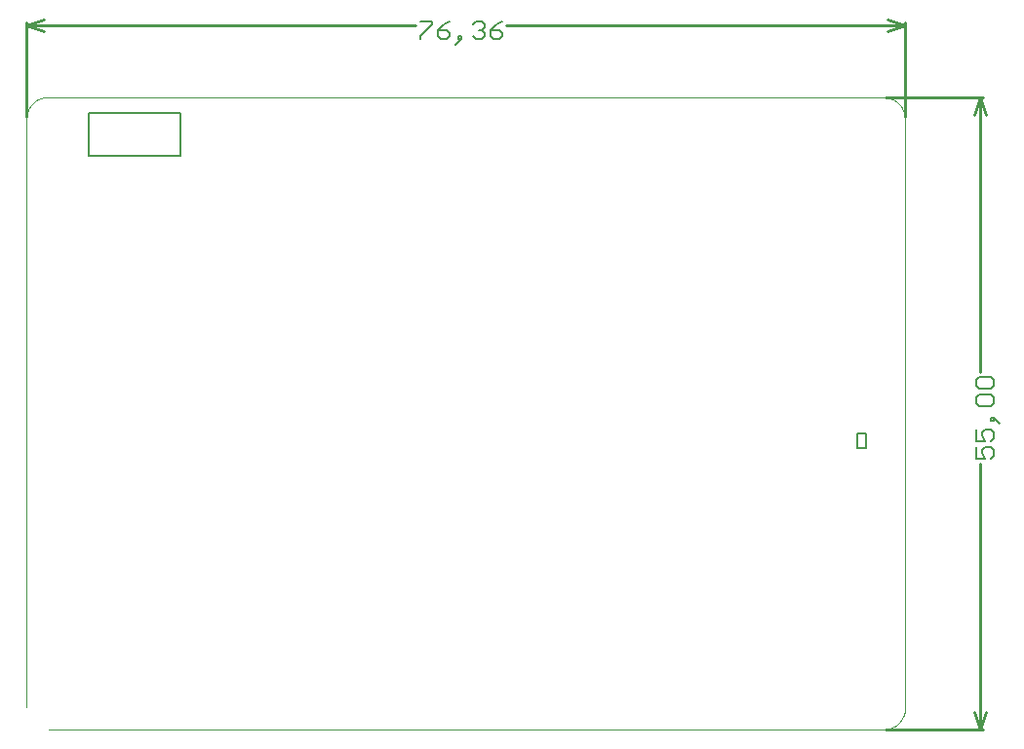
<source format=gm1>
G04 Layer_Color=16711935*
%FSLAX25Y25*%
%MOIN*%
G70*
G01*
G75*
%ADD11C,0.01000*%
%ADD61C,0.00050*%
%ADD67C,0.00787*%
%ADD68C,0.00500*%
%ADD154C,0.00600*%
D11*
X333151Y39370D02*
X366500D01*
X333151Y255906D02*
X366500D01*
X365500Y39370D02*
Y130442D01*
Y161633D02*
Y255906D01*
Y39370D02*
X367500Y45370D01*
X363500D02*
X365500Y39370D01*
X363500Y249905D02*
X365500Y255906D01*
X367500Y249905D01*
X39370Y249057D02*
Y281500D01*
X340000Y249057D02*
Y281500D01*
X39370Y280500D02*
X172490D01*
X203680D02*
X340000D01*
X39370D02*
X45370Y278500D01*
X39370Y280500D02*
X45370Y282500D01*
X334000D02*
X340000Y280500D01*
X334000Y278500D02*
X340000Y280500D01*
D61*
X332126Y39370D02*
X332621Y39386D01*
X47244Y39370D02*
X332126D01*
X39370Y47244D02*
Y248031D01*
X39386Y248526D01*
X39432Y249019D01*
X39509Y249507D01*
X39617Y249990D01*
X39755Y250465D01*
X39923Y250930D01*
X40119Y251384D01*
X40344Y251825D01*
X40596Y252251D01*
X40874Y252660D01*
X41177Y253050D01*
X41504Y253422D01*
X41854Y253771D01*
X42225Y254098D01*
X42616Y254402D01*
X43025Y254680D01*
X43451Y254931D01*
X43892Y255156D01*
X44346Y255353D01*
X44811Y255520D01*
X45286Y255658D01*
X45769Y255766D01*
X46257Y255843D01*
X46750Y255890D01*
X47244Y255906D01*
X332126D01*
X332621Y255890D01*
X333113Y255843D01*
X333602Y255766D01*
X334084Y255658D01*
X334559Y255520D01*
X335024Y255353D01*
X335479Y255156D01*
X335919Y254931D01*
X336345Y254680D01*
X336754Y254402D01*
X337145Y254098D01*
X337516Y253771D01*
X337866Y253422D01*
X338193Y253050D01*
X338496Y252660D01*
X338774Y252251D01*
X339026Y251825D01*
X339251Y251384D01*
X339447Y250930D01*
X339615Y250465D01*
X339753Y249990D01*
X339861Y249507D01*
X339938Y249019D01*
X339985Y248526D01*
X340000Y248031D01*
Y47244D02*
Y248031D01*
X339985Y46750D02*
X340000Y47244D01*
X339938Y46257D02*
X339985Y46750D01*
X339861Y45769D02*
X339938Y46257D01*
X339753Y45286D02*
X339861Y45769D01*
X339615Y44811D02*
X339753Y45286D01*
X339447Y44346D02*
X339615Y44811D01*
X339251Y43892D02*
X339447Y44346D01*
X339026Y43451D02*
X339251Y43892D01*
X338774Y43025D02*
X339026Y43451D01*
X338496Y42616D02*
X338774Y43025D01*
X338193Y42225D02*
X338496Y42616D01*
X337866Y41854D02*
X338193Y42225D01*
X337516Y41504D02*
X337866Y41854D01*
X337145Y41177D02*
X337516Y41504D01*
X336754Y40874D02*
X337145Y41177D01*
X336345Y40596D02*
X336754Y40874D01*
X335919Y40344D02*
X336345Y40596D01*
X335479Y40119D02*
X335919Y40344D01*
X335024Y39923D02*
X335479Y40119D01*
X334559Y39755D02*
X335024Y39923D01*
X334084Y39617D02*
X334559Y39755D01*
X333602Y39509D02*
X334084Y39617D01*
X333113Y39432D02*
X333602Y39509D01*
X332621Y39386D02*
X333113Y39432D01*
D67*
X60752Y250580D02*
X92248D01*
Y235620D02*
Y250580D01*
X60752Y235620D02*
X92248D01*
X60752D02*
Y250580D01*
D68*
X323525Y135677D02*
X326675D01*
X323525D02*
Y140795D01*
X326675D01*
Y135677D02*
Y140795D01*
D154*
X364101Y136041D02*
Y132042D01*
X367100D01*
X366100Y134042D01*
Y135041D01*
X367100Y136041D01*
X369099D01*
X370099Y135041D01*
Y133042D01*
X369099Y132042D01*
X364101Y142039D02*
Y138040D01*
X367100D01*
X366100Y140040D01*
Y141039D01*
X367100Y142039D01*
X369099D01*
X370099Y141039D01*
Y139040D01*
X369099Y138040D01*
X371098Y145038D02*
X370099Y146038D01*
X369099D01*
Y145038D01*
X370099D01*
Y146038D01*
X371098Y145038D01*
X372098Y144038D01*
X365100Y150037D02*
X364101Y151036D01*
Y153035D01*
X365100Y154035D01*
X369099D01*
X370099Y153035D01*
Y151036D01*
X369099Y150037D01*
X365100D01*
Y156035D02*
X364101Y157034D01*
Y159034D01*
X365100Y160033D01*
X369099D01*
X370099Y159034D01*
Y157034D01*
X369099Y156035D01*
X365100D01*
X174090Y281899D02*
X178088D01*
Y280900D01*
X174090Y276901D01*
Y275901D01*
X184086Y281899D02*
X182087Y280900D01*
X180088Y278900D01*
Y276901D01*
X181087Y275901D01*
X183087D01*
X184086Y276901D01*
Y277901D01*
X183087Y278900D01*
X180088D01*
X187085Y274902D02*
X188085Y275901D01*
Y276901D01*
X187085D01*
Y275901D01*
X188085D01*
X187085Y274902D01*
X186086Y273902D01*
X192084Y280900D02*
X193083Y281899D01*
X195083D01*
X196082Y280900D01*
Y279900D01*
X195083Y278900D01*
X194083D01*
X195083D01*
X196082Y277901D01*
Y276901D01*
X195083Y275901D01*
X193083D01*
X192084Y276901D01*
X202080Y281899D02*
X200081Y280900D01*
X198082Y278900D01*
Y276901D01*
X199082Y275901D01*
X201081D01*
X202080Y276901D01*
Y277901D01*
X201081Y278900D01*
X198082D01*
M02*

</source>
